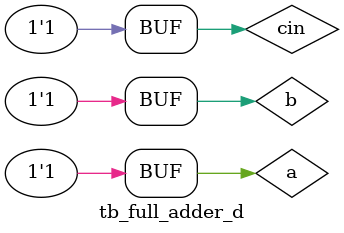
<source format=sv>
module tb_full_adder_d;
    reg a, b, cin;
    wire sum, carry;

    full_adder_d DUT (a, b, cin, sum, carry);

    initial begin
        a = 0; b = 0; cin = 0; #10;
        a = 0; b = 0; cin = 1; #10;
        a = 0; b = 1; cin = 0; #10;
        a = 0; b = 1; cin = 1; #10;
        a = 1; b = 0; cin = 0; #10;
        a = 1; b = 0; cin = 1; #10;
        a = 1; b = 1; cin = 0; #10;
        a = 1; b = 1; cin = 1; #10;
    end
endmodule

</source>
